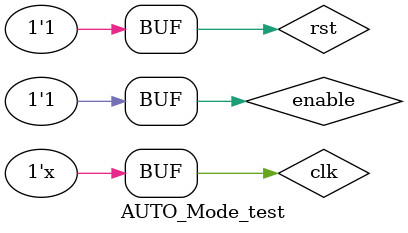
<source format=v>
`timescale 1ns / 1ps

module AUTO_Mode_test();
    reg clk, rst, enable;
    wire signal;
    
    AUTO_Mode AUTO_mode(
        .clk(clk),
        .rst(rst),
        .enable(enable),
        .signal(signal)
    );
    
    initial begin
        clk = 1'b0;
        rst = 1'b0;
        enable = 1'b1;
        #8 rst = 1'b1;
    end
    
    always begin
        #500 clk = ~clk;
    end
endmodule

</source>
